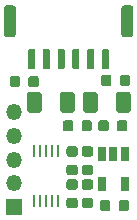
<source format=gbr>
G04 #@! TF.GenerationSoftware,KiCad,Pcbnew,(5.1.0-0)*
G04 #@! TF.CreationDate,2019-06-19T09:49:27-07:00*
G04 #@! TF.ProjectId,differential_i2c,64696666-6572-4656-9e74-69616c5f6932,rev?*
G04 #@! TF.SameCoordinates,Original*
G04 #@! TF.FileFunction,Soldermask,Bot*
G04 #@! TF.FilePolarity,Negative*
%FSLAX46Y46*%
G04 Gerber Fmt 4.6, Leading zero omitted, Abs format (unit mm)*
G04 Created by KiCad (PCBNEW (5.1.0-0)) date 2019-06-19 09:49:27*
%MOMM*%
%LPD*%
G04 APERTURE LIST*
%ADD10O,1.350000X1.350000*%
%ADD11R,1.350000X1.350000*%
%ADD12R,0.650000X1.220000*%
%ADD13C,0.100000*%
%ADD14C,0.875000*%
%ADD15C,1.250000*%
%ADD16C,1.000000*%
%ADD17C,0.600000*%
%ADD18R,0.250000X1.100000*%
G04 APERTURE END LIST*
D10*
X109400000Y-54600000D03*
X109400000Y-56600000D03*
X109400000Y-58600000D03*
X109400000Y-60600000D03*
D11*
X109400000Y-62600000D03*
D12*
X116850000Y-60710000D03*
X118750000Y-60710000D03*
X118750000Y-58090000D03*
X117800000Y-58090000D03*
X116850000Y-58090000D03*
D13*
G36*
X117440191Y-51426053D02*
G01*
X117461426Y-51429203D01*
X117482250Y-51434419D01*
X117502462Y-51441651D01*
X117521868Y-51450830D01*
X117540281Y-51461866D01*
X117557524Y-51474654D01*
X117573430Y-51489070D01*
X117587846Y-51504976D01*
X117600634Y-51522219D01*
X117611670Y-51540632D01*
X117620849Y-51560038D01*
X117628081Y-51580250D01*
X117633297Y-51601074D01*
X117636447Y-51622309D01*
X117637500Y-51643750D01*
X117637500Y-52156250D01*
X117636447Y-52177691D01*
X117633297Y-52198926D01*
X117628081Y-52219750D01*
X117620849Y-52239962D01*
X117611670Y-52259368D01*
X117600634Y-52277781D01*
X117587846Y-52295024D01*
X117573430Y-52310930D01*
X117557524Y-52325346D01*
X117540281Y-52338134D01*
X117521868Y-52349170D01*
X117502462Y-52358349D01*
X117482250Y-52365581D01*
X117461426Y-52370797D01*
X117440191Y-52373947D01*
X117418750Y-52375000D01*
X116981250Y-52375000D01*
X116959809Y-52373947D01*
X116938574Y-52370797D01*
X116917750Y-52365581D01*
X116897538Y-52358349D01*
X116878132Y-52349170D01*
X116859719Y-52338134D01*
X116842476Y-52325346D01*
X116826570Y-52310930D01*
X116812154Y-52295024D01*
X116799366Y-52277781D01*
X116788330Y-52259368D01*
X116779151Y-52239962D01*
X116771919Y-52219750D01*
X116766703Y-52198926D01*
X116763553Y-52177691D01*
X116762500Y-52156250D01*
X116762500Y-51643750D01*
X116763553Y-51622309D01*
X116766703Y-51601074D01*
X116771919Y-51580250D01*
X116779151Y-51560038D01*
X116788330Y-51540632D01*
X116799366Y-51522219D01*
X116812154Y-51504976D01*
X116826570Y-51489070D01*
X116842476Y-51474654D01*
X116859719Y-51461866D01*
X116878132Y-51450830D01*
X116897538Y-51441651D01*
X116917750Y-51434419D01*
X116938574Y-51429203D01*
X116959809Y-51426053D01*
X116981250Y-51425000D01*
X117418750Y-51425000D01*
X117440191Y-51426053D01*
X117440191Y-51426053D01*
G37*
D14*
X117200000Y-51900000D03*
D13*
G36*
X119015191Y-51426053D02*
G01*
X119036426Y-51429203D01*
X119057250Y-51434419D01*
X119077462Y-51441651D01*
X119096868Y-51450830D01*
X119115281Y-51461866D01*
X119132524Y-51474654D01*
X119148430Y-51489070D01*
X119162846Y-51504976D01*
X119175634Y-51522219D01*
X119186670Y-51540632D01*
X119195849Y-51560038D01*
X119203081Y-51580250D01*
X119208297Y-51601074D01*
X119211447Y-51622309D01*
X119212500Y-51643750D01*
X119212500Y-52156250D01*
X119211447Y-52177691D01*
X119208297Y-52198926D01*
X119203081Y-52219750D01*
X119195849Y-52239962D01*
X119186670Y-52259368D01*
X119175634Y-52277781D01*
X119162846Y-52295024D01*
X119148430Y-52310930D01*
X119132524Y-52325346D01*
X119115281Y-52338134D01*
X119096868Y-52349170D01*
X119077462Y-52358349D01*
X119057250Y-52365581D01*
X119036426Y-52370797D01*
X119015191Y-52373947D01*
X118993750Y-52375000D01*
X118556250Y-52375000D01*
X118534809Y-52373947D01*
X118513574Y-52370797D01*
X118492750Y-52365581D01*
X118472538Y-52358349D01*
X118453132Y-52349170D01*
X118434719Y-52338134D01*
X118417476Y-52325346D01*
X118401570Y-52310930D01*
X118387154Y-52295024D01*
X118374366Y-52277781D01*
X118363330Y-52259368D01*
X118354151Y-52239962D01*
X118346919Y-52219750D01*
X118341703Y-52198926D01*
X118338553Y-52177691D01*
X118337500Y-52156250D01*
X118337500Y-51643750D01*
X118338553Y-51622309D01*
X118341703Y-51601074D01*
X118346919Y-51580250D01*
X118354151Y-51560038D01*
X118363330Y-51540632D01*
X118374366Y-51522219D01*
X118387154Y-51504976D01*
X118401570Y-51489070D01*
X118417476Y-51474654D01*
X118434719Y-51461866D01*
X118453132Y-51450830D01*
X118472538Y-51441651D01*
X118492750Y-51434419D01*
X118513574Y-51429203D01*
X118534809Y-51426053D01*
X118556250Y-51425000D01*
X118993750Y-51425000D01*
X119015191Y-51426053D01*
X119015191Y-51426053D01*
G37*
D14*
X118775000Y-51900000D03*
D13*
G36*
X119049504Y-52876204D02*
G01*
X119073773Y-52879804D01*
X119097571Y-52885765D01*
X119120671Y-52894030D01*
X119142849Y-52904520D01*
X119163893Y-52917133D01*
X119183598Y-52931747D01*
X119201777Y-52948223D01*
X119218253Y-52966402D01*
X119232867Y-52986107D01*
X119245480Y-53007151D01*
X119255970Y-53029329D01*
X119264235Y-53052429D01*
X119270196Y-53076227D01*
X119273796Y-53100496D01*
X119275000Y-53125000D01*
X119275000Y-54375000D01*
X119273796Y-54399504D01*
X119270196Y-54423773D01*
X119264235Y-54447571D01*
X119255970Y-54470671D01*
X119245480Y-54492849D01*
X119232867Y-54513893D01*
X119218253Y-54533598D01*
X119201777Y-54551777D01*
X119183598Y-54568253D01*
X119163893Y-54582867D01*
X119142849Y-54595480D01*
X119120671Y-54605970D01*
X119097571Y-54614235D01*
X119073773Y-54620196D01*
X119049504Y-54623796D01*
X119025000Y-54625000D01*
X118275000Y-54625000D01*
X118250496Y-54623796D01*
X118226227Y-54620196D01*
X118202429Y-54614235D01*
X118179329Y-54605970D01*
X118157151Y-54595480D01*
X118136107Y-54582867D01*
X118116402Y-54568253D01*
X118098223Y-54551777D01*
X118081747Y-54533598D01*
X118067133Y-54513893D01*
X118054520Y-54492849D01*
X118044030Y-54470671D01*
X118035765Y-54447571D01*
X118029804Y-54423773D01*
X118026204Y-54399504D01*
X118025000Y-54375000D01*
X118025000Y-53125000D01*
X118026204Y-53100496D01*
X118029804Y-53076227D01*
X118035765Y-53052429D01*
X118044030Y-53029329D01*
X118054520Y-53007151D01*
X118067133Y-52986107D01*
X118081747Y-52966402D01*
X118098223Y-52948223D01*
X118116402Y-52931747D01*
X118136107Y-52917133D01*
X118157151Y-52904520D01*
X118179329Y-52894030D01*
X118202429Y-52885765D01*
X118226227Y-52879804D01*
X118250496Y-52876204D01*
X118275000Y-52875000D01*
X119025000Y-52875000D01*
X119049504Y-52876204D01*
X119049504Y-52876204D01*
G37*
D15*
X118650000Y-53750000D03*
D13*
G36*
X116249504Y-52876204D02*
G01*
X116273773Y-52879804D01*
X116297571Y-52885765D01*
X116320671Y-52894030D01*
X116342849Y-52904520D01*
X116363893Y-52917133D01*
X116383598Y-52931747D01*
X116401777Y-52948223D01*
X116418253Y-52966402D01*
X116432867Y-52986107D01*
X116445480Y-53007151D01*
X116455970Y-53029329D01*
X116464235Y-53052429D01*
X116470196Y-53076227D01*
X116473796Y-53100496D01*
X116475000Y-53125000D01*
X116475000Y-54375000D01*
X116473796Y-54399504D01*
X116470196Y-54423773D01*
X116464235Y-54447571D01*
X116455970Y-54470671D01*
X116445480Y-54492849D01*
X116432867Y-54513893D01*
X116418253Y-54533598D01*
X116401777Y-54551777D01*
X116383598Y-54568253D01*
X116363893Y-54582867D01*
X116342849Y-54595480D01*
X116320671Y-54605970D01*
X116297571Y-54614235D01*
X116273773Y-54620196D01*
X116249504Y-54623796D01*
X116225000Y-54625000D01*
X115475000Y-54625000D01*
X115450496Y-54623796D01*
X115426227Y-54620196D01*
X115402429Y-54614235D01*
X115379329Y-54605970D01*
X115357151Y-54595480D01*
X115336107Y-54582867D01*
X115316402Y-54568253D01*
X115298223Y-54551777D01*
X115281747Y-54533598D01*
X115267133Y-54513893D01*
X115254520Y-54492849D01*
X115244030Y-54470671D01*
X115235765Y-54447571D01*
X115229804Y-54423773D01*
X115226204Y-54399504D01*
X115225000Y-54375000D01*
X115225000Y-53125000D01*
X115226204Y-53100496D01*
X115229804Y-53076227D01*
X115235765Y-53052429D01*
X115244030Y-53029329D01*
X115254520Y-53007151D01*
X115267133Y-52986107D01*
X115281747Y-52966402D01*
X115298223Y-52948223D01*
X115316402Y-52931747D01*
X115336107Y-52917133D01*
X115357151Y-52904520D01*
X115379329Y-52894030D01*
X115402429Y-52885765D01*
X115426227Y-52879804D01*
X115450496Y-52876204D01*
X115475000Y-52875000D01*
X116225000Y-52875000D01*
X116249504Y-52876204D01*
X116249504Y-52876204D01*
G37*
D15*
X115850000Y-53750000D03*
D13*
G36*
X118777691Y-55276053D02*
G01*
X118798926Y-55279203D01*
X118819750Y-55284419D01*
X118839962Y-55291651D01*
X118859368Y-55300830D01*
X118877781Y-55311866D01*
X118895024Y-55324654D01*
X118910930Y-55339070D01*
X118925346Y-55354976D01*
X118938134Y-55372219D01*
X118949170Y-55390632D01*
X118958349Y-55410038D01*
X118965581Y-55430250D01*
X118970797Y-55451074D01*
X118973947Y-55472309D01*
X118975000Y-55493750D01*
X118975000Y-56006250D01*
X118973947Y-56027691D01*
X118970797Y-56048926D01*
X118965581Y-56069750D01*
X118958349Y-56089962D01*
X118949170Y-56109368D01*
X118938134Y-56127781D01*
X118925346Y-56145024D01*
X118910930Y-56160930D01*
X118895024Y-56175346D01*
X118877781Y-56188134D01*
X118859368Y-56199170D01*
X118839962Y-56208349D01*
X118819750Y-56215581D01*
X118798926Y-56220797D01*
X118777691Y-56223947D01*
X118756250Y-56225000D01*
X118318750Y-56225000D01*
X118297309Y-56223947D01*
X118276074Y-56220797D01*
X118255250Y-56215581D01*
X118235038Y-56208349D01*
X118215632Y-56199170D01*
X118197219Y-56188134D01*
X118179976Y-56175346D01*
X118164070Y-56160930D01*
X118149654Y-56145024D01*
X118136866Y-56127781D01*
X118125830Y-56109368D01*
X118116651Y-56089962D01*
X118109419Y-56069750D01*
X118104203Y-56048926D01*
X118101053Y-56027691D01*
X118100000Y-56006250D01*
X118100000Y-55493750D01*
X118101053Y-55472309D01*
X118104203Y-55451074D01*
X118109419Y-55430250D01*
X118116651Y-55410038D01*
X118125830Y-55390632D01*
X118136866Y-55372219D01*
X118149654Y-55354976D01*
X118164070Y-55339070D01*
X118179976Y-55324654D01*
X118197219Y-55311866D01*
X118215632Y-55300830D01*
X118235038Y-55291651D01*
X118255250Y-55284419D01*
X118276074Y-55279203D01*
X118297309Y-55276053D01*
X118318750Y-55275000D01*
X118756250Y-55275000D01*
X118777691Y-55276053D01*
X118777691Y-55276053D01*
G37*
D14*
X118537500Y-55750000D03*
D13*
G36*
X117202691Y-55276053D02*
G01*
X117223926Y-55279203D01*
X117244750Y-55284419D01*
X117264962Y-55291651D01*
X117284368Y-55300830D01*
X117302781Y-55311866D01*
X117320024Y-55324654D01*
X117335930Y-55339070D01*
X117350346Y-55354976D01*
X117363134Y-55372219D01*
X117374170Y-55390632D01*
X117383349Y-55410038D01*
X117390581Y-55430250D01*
X117395797Y-55451074D01*
X117398947Y-55472309D01*
X117400000Y-55493750D01*
X117400000Y-56006250D01*
X117398947Y-56027691D01*
X117395797Y-56048926D01*
X117390581Y-56069750D01*
X117383349Y-56089962D01*
X117374170Y-56109368D01*
X117363134Y-56127781D01*
X117350346Y-56145024D01*
X117335930Y-56160930D01*
X117320024Y-56175346D01*
X117302781Y-56188134D01*
X117284368Y-56199170D01*
X117264962Y-56208349D01*
X117244750Y-56215581D01*
X117223926Y-56220797D01*
X117202691Y-56223947D01*
X117181250Y-56225000D01*
X116743750Y-56225000D01*
X116722309Y-56223947D01*
X116701074Y-56220797D01*
X116680250Y-56215581D01*
X116660038Y-56208349D01*
X116640632Y-56199170D01*
X116622219Y-56188134D01*
X116604976Y-56175346D01*
X116589070Y-56160930D01*
X116574654Y-56145024D01*
X116561866Y-56127781D01*
X116550830Y-56109368D01*
X116541651Y-56089962D01*
X116534419Y-56069750D01*
X116529203Y-56048926D01*
X116526053Y-56027691D01*
X116525000Y-56006250D01*
X116525000Y-55493750D01*
X116526053Y-55472309D01*
X116529203Y-55451074D01*
X116534419Y-55430250D01*
X116541651Y-55410038D01*
X116550830Y-55390632D01*
X116561866Y-55372219D01*
X116574654Y-55354976D01*
X116589070Y-55339070D01*
X116604976Y-55324654D01*
X116622219Y-55311866D01*
X116640632Y-55300830D01*
X116660038Y-55291651D01*
X116680250Y-55284419D01*
X116701074Y-55279203D01*
X116722309Y-55276053D01*
X116743750Y-55275000D01*
X117181250Y-55275000D01*
X117202691Y-55276053D01*
X117202691Y-55276053D01*
G37*
D14*
X116962500Y-55750000D03*
D13*
G36*
X109702691Y-51526053D02*
G01*
X109723926Y-51529203D01*
X109744750Y-51534419D01*
X109764962Y-51541651D01*
X109784368Y-51550830D01*
X109802781Y-51561866D01*
X109820024Y-51574654D01*
X109835930Y-51589070D01*
X109850346Y-51604976D01*
X109863134Y-51622219D01*
X109874170Y-51640632D01*
X109883349Y-51660038D01*
X109890581Y-51680250D01*
X109895797Y-51701074D01*
X109898947Y-51722309D01*
X109900000Y-51743750D01*
X109900000Y-52256250D01*
X109898947Y-52277691D01*
X109895797Y-52298926D01*
X109890581Y-52319750D01*
X109883349Y-52339962D01*
X109874170Y-52359368D01*
X109863134Y-52377781D01*
X109850346Y-52395024D01*
X109835930Y-52410930D01*
X109820024Y-52425346D01*
X109802781Y-52438134D01*
X109784368Y-52449170D01*
X109764962Y-52458349D01*
X109744750Y-52465581D01*
X109723926Y-52470797D01*
X109702691Y-52473947D01*
X109681250Y-52475000D01*
X109243750Y-52475000D01*
X109222309Y-52473947D01*
X109201074Y-52470797D01*
X109180250Y-52465581D01*
X109160038Y-52458349D01*
X109140632Y-52449170D01*
X109122219Y-52438134D01*
X109104976Y-52425346D01*
X109089070Y-52410930D01*
X109074654Y-52395024D01*
X109061866Y-52377781D01*
X109050830Y-52359368D01*
X109041651Y-52339962D01*
X109034419Y-52319750D01*
X109029203Y-52298926D01*
X109026053Y-52277691D01*
X109025000Y-52256250D01*
X109025000Y-51743750D01*
X109026053Y-51722309D01*
X109029203Y-51701074D01*
X109034419Y-51680250D01*
X109041651Y-51660038D01*
X109050830Y-51640632D01*
X109061866Y-51622219D01*
X109074654Y-51604976D01*
X109089070Y-51589070D01*
X109104976Y-51574654D01*
X109122219Y-51561866D01*
X109140632Y-51550830D01*
X109160038Y-51541651D01*
X109180250Y-51534419D01*
X109201074Y-51529203D01*
X109222309Y-51526053D01*
X109243750Y-51525000D01*
X109681250Y-51525000D01*
X109702691Y-51526053D01*
X109702691Y-51526053D01*
G37*
D14*
X109462500Y-52000000D03*
D13*
G36*
X111277691Y-51526053D02*
G01*
X111298926Y-51529203D01*
X111319750Y-51534419D01*
X111339962Y-51541651D01*
X111359368Y-51550830D01*
X111377781Y-51561866D01*
X111395024Y-51574654D01*
X111410930Y-51589070D01*
X111425346Y-51604976D01*
X111438134Y-51622219D01*
X111449170Y-51640632D01*
X111458349Y-51660038D01*
X111465581Y-51680250D01*
X111470797Y-51701074D01*
X111473947Y-51722309D01*
X111475000Y-51743750D01*
X111475000Y-52256250D01*
X111473947Y-52277691D01*
X111470797Y-52298926D01*
X111465581Y-52319750D01*
X111458349Y-52339962D01*
X111449170Y-52359368D01*
X111438134Y-52377781D01*
X111425346Y-52395024D01*
X111410930Y-52410930D01*
X111395024Y-52425346D01*
X111377781Y-52438134D01*
X111359368Y-52449170D01*
X111339962Y-52458349D01*
X111319750Y-52465581D01*
X111298926Y-52470797D01*
X111277691Y-52473947D01*
X111256250Y-52475000D01*
X110818750Y-52475000D01*
X110797309Y-52473947D01*
X110776074Y-52470797D01*
X110755250Y-52465581D01*
X110735038Y-52458349D01*
X110715632Y-52449170D01*
X110697219Y-52438134D01*
X110679976Y-52425346D01*
X110664070Y-52410930D01*
X110649654Y-52395024D01*
X110636866Y-52377781D01*
X110625830Y-52359368D01*
X110616651Y-52339962D01*
X110609419Y-52319750D01*
X110604203Y-52298926D01*
X110601053Y-52277691D01*
X110600000Y-52256250D01*
X110600000Y-51743750D01*
X110601053Y-51722309D01*
X110604203Y-51701074D01*
X110609419Y-51680250D01*
X110616651Y-51660038D01*
X110625830Y-51640632D01*
X110636866Y-51622219D01*
X110649654Y-51604976D01*
X110664070Y-51589070D01*
X110679976Y-51574654D01*
X110697219Y-51561866D01*
X110715632Y-51550830D01*
X110735038Y-51541651D01*
X110755250Y-51534419D01*
X110776074Y-51529203D01*
X110797309Y-51526053D01*
X110818750Y-51525000D01*
X111256250Y-51525000D01*
X111277691Y-51526053D01*
X111277691Y-51526053D01*
G37*
D14*
X111037500Y-52000000D03*
D13*
G36*
X111499504Y-52876204D02*
G01*
X111523773Y-52879804D01*
X111547571Y-52885765D01*
X111570671Y-52894030D01*
X111592849Y-52904520D01*
X111613893Y-52917133D01*
X111633598Y-52931747D01*
X111651777Y-52948223D01*
X111668253Y-52966402D01*
X111682867Y-52986107D01*
X111695480Y-53007151D01*
X111705970Y-53029329D01*
X111714235Y-53052429D01*
X111720196Y-53076227D01*
X111723796Y-53100496D01*
X111725000Y-53125000D01*
X111725000Y-54375000D01*
X111723796Y-54399504D01*
X111720196Y-54423773D01*
X111714235Y-54447571D01*
X111705970Y-54470671D01*
X111695480Y-54492849D01*
X111682867Y-54513893D01*
X111668253Y-54533598D01*
X111651777Y-54551777D01*
X111633598Y-54568253D01*
X111613893Y-54582867D01*
X111592849Y-54595480D01*
X111570671Y-54605970D01*
X111547571Y-54614235D01*
X111523773Y-54620196D01*
X111499504Y-54623796D01*
X111475000Y-54625000D01*
X110725000Y-54625000D01*
X110700496Y-54623796D01*
X110676227Y-54620196D01*
X110652429Y-54614235D01*
X110629329Y-54605970D01*
X110607151Y-54595480D01*
X110586107Y-54582867D01*
X110566402Y-54568253D01*
X110548223Y-54551777D01*
X110531747Y-54533598D01*
X110517133Y-54513893D01*
X110504520Y-54492849D01*
X110494030Y-54470671D01*
X110485765Y-54447571D01*
X110479804Y-54423773D01*
X110476204Y-54399504D01*
X110475000Y-54375000D01*
X110475000Y-53125000D01*
X110476204Y-53100496D01*
X110479804Y-53076227D01*
X110485765Y-53052429D01*
X110494030Y-53029329D01*
X110504520Y-53007151D01*
X110517133Y-52986107D01*
X110531747Y-52966402D01*
X110548223Y-52948223D01*
X110566402Y-52931747D01*
X110586107Y-52917133D01*
X110607151Y-52904520D01*
X110629329Y-52894030D01*
X110652429Y-52885765D01*
X110676227Y-52879804D01*
X110700496Y-52876204D01*
X110725000Y-52875000D01*
X111475000Y-52875000D01*
X111499504Y-52876204D01*
X111499504Y-52876204D01*
G37*
D15*
X111100000Y-53750000D03*
D13*
G36*
X114299504Y-52876204D02*
G01*
X114323773Y-52879804D01*
X114347571Y-52885765D01*
X114370671Y-52894030D01*
X114392849Y-52904520D01*
X114413893Y-52917133D01*
X114433598Y-52931747D01*
X114451777Y-52948223D01*
X114468253Y-52966402D01*
X114482867Y-52986107D01*
X114495480Y-53007151D01*
X114505970Y-53029329D01*
X114514235Y-53052429D01*
X114520196Y-53076227D01*
X114523796Y-53100496D01*
X114525000Y-53125000D01*
X114525000Y-54375000D01*
X114523796Y-54399504D01*
X114520196Y-54423773D01*
X114514235Y-54447571D01*
X114505970Y-54470671D01*
X114495480Y-54492849D01*
X114482867Y-54513893D01*
X114468253Y-54533598D01*
X114451777Y-54551777D01*
X114433598Y-54568253D01*
X114413893Y-54582867D01*
X114392849Y-54595480D01*
X114370671Y-54605970D01*
X114347571Y-54614235D01*
X114323773Y-54620196D01*
X114299504Y-54623796D01*
X114275000Y-54625000D01*
X113525000Y-54625000D01*
X113500496Y-54623796D01*
X113476227Y-54620196D01*
X113452429Y-54614235D01*
X113429329Y-54605970D01*
X113407151Y-54595480D01*
X113386107Y-54582867D01*
X113366402Y-54568253D01*
X113348223Y-54551777D01*
X113331747Y-54533598D01*
X113317133Y-54513893D01*
X113304520Y-54492849D01*
X113294030Y-54470671D01*
X113285765Y-54447571D01*
X113279804Y-54423773D01*
X113276204Y-54399504D01*
X113275000Y-54375000D01*
X113275000Y-53125000D01*
X113276204Y-53100496D01*
X113279804Y-53076227D01*
X113285765Y-53052429D01*
X113294030Y-53029329D01*
X113304520Y-53007151D01*
X113317133Y-52986107D01*
X113331747Y-52966402D01*
X113348223Y-52948223D01*
X113366402Y-52931747D01*
X113386107Y-52917133D01*
X113407151Y-52904520D01*
X113429329Y-52894030D01*
X113452429Y-52885765D01*
X113476227Y-52879804D01*
X113500496Y-52876204D01*
X113525000Y-52875000D01*
X114275000Y-52875000D01*
X114299504Y-52876204D01*
X114299504Y-52876204D01*
G37*
D15*
X113900000Y-53750000D03*
D13*
G36*
X114202691Y-55276053D02*
G01*
X114223926Y-55279203D01*
X114244750Y-55284419D01*
X114264962Y-55291651D01*
X114284368Y-55300830D01*
X114302781Y-55311866D01*
X114320024Y-55324654D01*
X114335930Y-55339070D01*
X114350346Y-55354976D01*
X114363134Y-55372219D01*
X114374170Y-55390632D01*
X114383349Y-55410038D01*
X114390581Y-55430250D01*
X114395797Y-55451074D01*
X114398947Y-55472309D01*
X114400000Y-55493750D01*
X114400000Y-56006250D01*
X114398947Y-56027691D01*
X114395797Y-56048926D01*
X114390581Y-56069750D01*
X114383349Y-56089962D01*
X114374170Y-56109368D01*
X114363134Y-56127781D01*
X114350346Y-56145024D01*
X114335930Y-56160930D01*
X114320024Y-56175346D01*
X114302781Y-56188134D01*
X114284368Y-56199170D01*
X114264962Y-56208349D01*
X114244750Y-56215581D01*
X114223926Y-56220797D01*
X114202691Y-56223947D01*
X114181250Y-56225000D01*
X113743750Y-56225000D01*
X113722309Y-56223947D01*
X113701074Y-56220797D01*
X113680250Y-56215581D01*
X113660038Y-56208349D01*
X113640632Y-56199170D01*
X113622219Y-56188134D01*
X113604976Y-56175346D01*
X113589070Y-56160930D01*
X113574654Y-56145024D01*
X113561866Y-56127781D01*
X113550830Y-56109368D01*
X113541651Y-56089962D01*
X113534419Y-56069750D01*
X113529203Y-56048926D01*
X113526053Y-56027691D01*
X113525000Y-56006250D01*
X113525000Y-55493750D01*
X113526053Y-55472309D01*
X113529203Y-55451074D01*
X113534419Y-55430250D01*
X113541651Y-55410038D01*
X113550830Y-55390632D01*
X113561866Y-55372219D01*
X113574654Y-55354976D01*
X113589070Y-55339070D01*
X113604976Y-55324654D01*
X113622219Y-55311866D01*
X113640632Y-55300830D01*
X113660038Y-55291651D01*
X113680250Y-55284419D01*
X113701074Y-55279203D01*
X113722309Y-55276053D01*
X113743750Y-55275000D01*
X114181250Y-55275000D01*
X114202691Y-55276053D01*
X114202691Y-55276053D01*
G37*
D14*
X113962500Y-55750000D03*
D13*
G36*
X115777691Y-55276053D02*
G01*
X115798926Y-55279203D01*
X115819750Y-55284419D01*
X115839962Y-55291651D01*
X115859368Y-55300830D01*
X115877781Y-55311866D01*
X115895024Y-55324654D01*
X115910930Y-55339070D01*
X115925346Y-55354976D01*
X115938134Y-55372219D01*
X115949170Y-55390632D01*
X115958349Y-55410038D01*
X115965581Y-55430250D01*
X115970797Y-55451074D01*
X115973947Y-55472309D01*
X115975000Y-55493750D01*
X115975000Y-56006250D01*
X115973947Y-56027691D01*
X115970797Y-56048926D01*
X115965581Y-56069750D01*
X115958349Y-56089962D01*
X115949170Y-56109368D01*
X115938134Y-56127781D01*
X115925346Y-56145024D01*
X115910930Y-56160930D01*
X115895024Y-56175346D01*
X115877781Y-56188134D01*
X115859368Y-56199170D01*
X115839962Y-56208349D01*
X115819750Y-56215581D01*
X115798926Y-56220797D01*
X115777691Y-56223947D01*
X115756250Y-56225000D01*
X115318750Y-56225000D01*
X115297309Y-56223947D01*
X115276074Y-56220797D01*
X115255250Y-56215581D01*
X115235038Y-56208349D01*
X115215632Y-56199170D01*
X115197219Y-56188134D01*
X115179976Y-56175346D01*
X115164070Y-56160930D01*
X115149654Y-56145024D01*
X115136866Y-56127781D01*
X115125830Y-56109368D01*
X115116651Y-56089962D01*
X115109419Y-56069750D01*
X115104203Y-56048926D01*
X115101053Y-56027691D01*
X115100000Y-56006250D01*
X115100000Y-55493750D01*
X115101053Y-55472309D01*
X115104203Y-55451074D01*
X115109419Y-55430250D01*
X115116651Y-55410038D01*
X115125830Y-55390632D01*
X115136866Y-55372219D01*
X115149654Y-55354976D01*
X115164070Y-55339070D01*
X115179976Y-55324654D01*
X115197219Y-55311866D01*
X115215632Y-55300830D01*
X115235038Y-55291651D01*
X115255250Y-55284419D01*
X115276074Y-55279203D01*
X115297309Y-55276053D01*
X115318750Y-55275000D01*
X115756250Y-55275000D01*
X115777691Y-55276053D01*
X115777691Y-55276053D01*
G37*
D14*
X115537500Y-55750000D03*
D13*
G36*
X119249504Y-45551204D02*
G01*
X119273773Y-45554804D01*
X119297571Y-45560765D01*
X119320671Y-45569030D01*
X119342849Y-45579520D01*
X119363893Y-45592133D01*
X119383598Y-45606747D01*
X119401777Y-45623223D01*
X119418253Y-45641402D01*
X119432867Y-45661107D01*
X119445480Y-45682151D01*
X119455970Y-45704329D01*
X119464235Y-45727429D01*
X119470196Y-45751227D01*
X119473796Y-45775496D01*
X119475000Y-45800000D01*
X119475000Y-48000000D01*
X119473796Y-48024504D01*
X119470196Y-48048773D01*
X119464235Y-48072571D01*
X119455970Y-48095671D01*
X119445480Y-48117849D01*
X119432867Y-48138893D01*
X119418253Y-48158598D01*
X119401777Y-48176777D01*
X119383598Y-48193253D01*
X119363893Y-48207867D01*
X119342849Y-48220480D01*
X119320671Y-48230970D01*
X119297571Y-48239235D01*
X119273773Y-48245196D01*
X119249504Y-48248796D01*
X119225000Y-48250000D01*
X118725000Y-48250000D01*
X118700496Y-48248796D01*
X118676227Y-48245196D01*
X118652429Y-48239235D01*
X118629329Y-48230970D01*
X118607151Y-48220480D01*
X118586107Y-48207867D01*
X118566402Y-48193253D01*
X118548223Y-48176777D01*
X118531747Y-48158598D01*
X118517133Y-48138893D01*
X118504520Y-48117849D01*
X118494030Y-48095671D01*
X118485765Y-48072571D01*
X118479804Y-48048773D01*
X118476204Y-48024504D01*
X118475000Y-48000000D01*
X118475000Y-45800000D01*
X118476204Y-45775496D01*
X118479804Y-45751227D01*
X118485765Y-45727429D01*
X118494030Y-45704329D01*
X118504520Y-45682151D01*
X118517133Y-45661107D01*
X118531747Y-45641402D01*
X118548223Y-45623223D01*
X118566402Y-45606747D01*
X118586107Y-45592133D01*
X118607151Y-45579520D01*
X118629329Y-45569030D01*
X118652429Y-45560765D01*
X118676227Y-45554804D01*
X118700496Y-45551204D01*
X118725000Y-45550000D01*
X119225000Y-45550000D01*
X119249504Y-45551204D01*
X119249504Y-45551204D01*
G37*
D16*
X118975000Y-46900000D03*
D13*
G36*
X109299504Y-45551204D02*
G01*
X109323773Y-45554804D01*
X109347571Y-45560765D01*
X109370671Y-45569030D01*
X109392849Y-45579520D01*
X109413893Y-45592133D01*
X109433598Y-45606747D01*
X109451777Y-45623223D01*
X109468253Y-45641402D01*
X109482867Y-45661107D01*
X109495480Y-45682151D01*
X109505970Y-45704329D01*
X109514235Y-45727429D01*
X109520196Y-45751227D01*
X109523796Y-45775496D01*
X109525000Y-45800000D01*
X109525000Y-48000000D01*
X109523796Y-48024504D01*
X109520196Y-48048773D01*
X109514235Y-48072571D01*
X109505970Y-48095671D01*
X109495480Y-48117849D01*
X109482867Y-48138893D01*
X109468253Y-48158598D01*
X109451777Y-48176777D01*
X109433598Y-48193253D01*
X109413893Y-48207867D01*
X109392849Y-48220480D01*
X109370671Y-48230970D01*
X109347571Y-48239235D01*
X109323773Y-48245196D01*
X109299504Y-48248796D01*
X109275000Y-48250000D01*
X108775000Y-48250000D01*
X108750496Y-48248796D01*
X108726227Y-48245196D01*
X108702429Y-48239235D01*
X108679329Y-48230970D01*
X108657151Y-48220480D01*
X108636107Y-48207867D01*
X108616402Y-48193253D01*
X108598223Y-48176777D01*
X108581747Y-48158598D01*
X108567133Y-48138893D01*
X108554520Y-48117849D01*
X108544030Y-48095671D01*
X108535765Y-48072571D01*
X108529804Y-48048773D01*
X108526204Y-48024504D01*
X108525000Y-48000000D01*
X108525000Y-45800000D01*
X108526204Y-45775496D01*
X108529804Y-45751227D01*
X108535765Y-45727429D01*
X108544030Y-45704329D01*
X108554520Y-45682151D01*
X108567133Y-45661107D01*
X108581747Y-45641402D01*
X108598223Y-45623223D01*
X108616402Y-45606747D01*
X108636107Y-45592133D01*
X108657151Y-45579520D01*
X108679329Y-45569030D01*
X108702429Y-45560765D01*
X108726227Y-45554804D01*
X108750496Y-45551204D01*
X108775000Y-45550000D01*
X109275000Y-45550000D01*
X109299504Y-45551204D01*
X109299504Y-45551204D01*
G37*
D16*
X109025000Y-46900000D03*
D13*
G36*
X117289703Y-49250722D02*
G01*
X117304264Y-49252882D01*
X117318543Y-49256459D01*
X117332403Y-49261418D01*
X117345710Y-49267712D01*
X117358336Y-49275280D01*
X117370159Y-49284048D01*
X117381066Y-49293934D01*
X117390952Y-49304841D01*
X117399720Y-49316664D01*
X117407288Y-49329290D01*
X117413582Y-49342597D01*
X117418541Y-49356457D01*
X117422118Y-49370736D01*
X117424278Y-49385297D01*
X117425000Y-49400000D01*
X117425000Y-50800000D01*
X117424278Y-50814703D01*
X117422118Y-50829264D01*
X117418541Y-50843543D01*
X117413582Y-50857403D01*
X117407288Y-50870710D01*
X117399720Y-50883336D01*
X117390952Y-50895159D01*
X117381066Y-50906066D01*
X117370159Y-50915952D01*
X117358336Y-50924720D01*
X117345710Y-50932288D01*
X117332403Y-50938582D01*
X117318543Y-50943541D01*
X117304264Y-50947118D01*
X117289703Y-50949278D01*
X117275000Y-50950000D01*
X116975000Y-50950000D01*
X116960297Y-50949278D01*
X116945736Y-50947118D01*
X116931457Y-50943541D01*
X116917597Y-50938582D01*
X116904290Y-50932288D01*
X116891664Y-50924720D01*
X116879841Y-50915952D01*
X116868934Y-50906066D01*
X116859048Y-50895159D01*
X116850280Y-50883336D01*
X116842712Y-50870710D01*
X116836418Y-50857403D01*
X116831459Y-50843543D01*
X116827882Y-50829264D01*
X116825722Y-50814703D01*
X116825000Y-50800000D01*
X116825000Y-49400000D01*
X116825722Y-49385297D01*
X116827882Y-49370736D01*
X116831459Y-49356457D01*
X116836418Y-49342597D01*
X116842712Y-49329290D01*
X116850280Y-49316664D01*
X116859048Y-49304841D01*
X116868934Y-49293934D01*
X116879841Y-49284048D01*
X116891664Y-49275280D01*
X116904290Y-49267712D01*
X116917597Y-49261418D01*
X116931457Y-49256459D01*
X116945736Y-49252882D01*
X116960297Y-49250722D01*
X116975000Y-49250000D01*
X117275000Y-49250000D01*
X117289703Y-49250722D01*
X117289703Y-49250722D01*
G37*
D17*
X117125000Y-50100000D03*
D13*
G36*
X116039703Y-49250722D02*
G01*
X116054264Y-49252882D01*
X116068543Y-49256459D01*
X116082403Y-49261418D01*
X116095710Y-49267712D01*
X116108336Y-49275280D01*
X116120159Y-49284048D01*
X116131066Y-49293934D01*
X116140952Y-49304841D01*
X116149720Y-49316664D01*
X116157288Y-49329290D01*
X116163582Y-49342597D01*
X116168541Y-49356457D01*
X116172118Y-49370736D01*
X116174278Y-49385297D01*
X116175000Y-49400000D01*
X116175000Y-50800000D01*
X116174278Y-50814703D01*
X116172118Y-50829264D01*
X116168541Y-50843543D01*
X116163582Y-50857403D01*
X116157288Y-50870710D01*
X116149720Y-50883336D01*
X116140952Y-50895159D01*
X116131066Y-50906066D01*
X116120159Y-50915952D01*
X116108336Y-50924720D01*
X116095710Y-50932288D01*
X116082403Y-50938582D01*
X116068543Y-50943541D01*
X116054264Y-50947118D01*
X116039703Y-50949278D01*
X116025000Y-50950000D01*
X115725000Y-50950000D01*
X115710297Y-50949278D01*
X115695736Y-50947118D01*
X115681457Y-50943541D01*
X115667597Y-50938582D01*
X115654290Y-50932288D01*
X115641664Y-50924720D01*
X115629841Y-50915952D01*
X115618934Y-50906066D01*
X115609048Y-50895159D01*
X115600280Y-50883336D01*
X115592712Y-50870710D01*
X115586418Y-50857403D01*
X115581459Y-50843543D01*
X115577882Y-50829264D01*
X115575722Y-50814703D01*
X115575000Y-50800000D01*
X115575000Y-49400000D01*
X115575722Y-49385297D01*
X115577882Y-49370736D01*
X115581459Y-49356457D01*
X115586418Y-49342597D01*
X115592712Y-49329290D01*
X115600280Y-49316664D01*
X115609048Y-49304841D01*
X115618934Y-49293934D01*
X115629841Y-49284048D01*
X115641664Y-49275280D01*
X115654290Y-49267712D01*
X115667597Y-49261418D01*
X115681457Y-49256459D01*
X115695736Y-49252882D01*
X115710297Y-49250722D01*
X115725000Y-49250000D01*
X116025000Y-49250000D01*
X116039703Y-49250722D01*
X116039703Y-49250722D01*
G37*
D17*
X115875000Y-50100000D03*
D13*
G36*
X114789703Y-49250722D02*
G01*
X114804264Y-49252882D01*
X114818543Y-49256459D01*
X114832403Y-49261418D01*
X114845710Y-49267712D01*
X114858336Y-49275280D01*
X114870159Y-49284048D01*
X114881066Y-49293934D01*
X114890952Y-49304841D01*
X114899720Y-49316664D01*
X114907288Y-49329290D01*
X114913582Y-49342597D01*
X114918541Y-49356457D01*
X114922118Y-49370736D01*
X114924278Y-49385297D01*
X114925000Y-49400000D01*
X114925000Y-50800000D01*
X114924278Y-50814703D01*
X114922118Y-50829264D01*
X114918541Y-50843543D01*
X114913582Y-50857403D01*
X114907288Y-50870710D01*
X114899720Y-50883336D01*
X114890952Y-50895159D01*
X114881066Y-50906066D01*
X114870159Y-50915952D01*
X114858336Y-50924720D01*
X114845710Y-50932288D01*
X114832403Y-50938582D01*
X114818543Y-50943541D01*
X114804264Y-50947118D01*
X114789703Y-50949278D01*
X114775000Y-50950000D01*
X114475000Y-50950000D01*
X114460297Y-50949278D01*
X114445736Y-50947118D01*
X114431457Y-50943541D01*
X114417597Y-50938582D01*
X114404290Y-50932288D01*
X114391664Y-50924720D01*
X114379841Y-50915952D01*
X114368934Y-50906066D01*
X114359048Y-50895159D01*
X114350280Y-50883336D01*
X114342712Y-50870710D01*
X114336418Y-50857403D01*
X114331459Y-50843543D01*
X114327882Y-50829264D01*
X114325722Y-50814703D01*
X114325000Y-50800000D01*
X114325000Y-49400000D01*
X114325722Y-49385297D01*
X114327882Y-49370736D01*
X114331459Y-49356457D01*
X114336418Y-49342597D01*
X114342712Y-49329290D01*
X114350280Y-49316664D01*
X114359048Y-49304841D01*
X114368934Y-49293934D01*
X114379841Y-49284048D01*
X114391664Y-49275280D01*
X114404290Y-49267712D01*
X114417597Y-49261418D01*
X114431457Y-49256459D01*
X114445736Y-49252882D01*
X114460297Y-49250722D01*
X114475000Y-49250000D01*
X114775000Y-49250000D01*
X114789703Y-49250722D01*
X114789703Y-49250722D01*
G37*
D17*
X114625000Y-50100000D03*
D13*
G36*
X113539703Y-49250722D02*
G01*
X113554264Y-49252882D01*
X113568543Y-49256459D01*
X113582403Y-49261418D01*
X113595710Y-49267712D01*
X113608336Y-49275280D01*
X113620159Y-49284048D01*
X113631066Y-49293934D01*
X113640952Y-49304841D01*
X113649720Y-49316664D01*
X113657288Y-49329290D01*
X113663582Y-49342597D01*
X113668541Y-49356457D01*
X113672118Y-49370736D01*
X113674278Y-49385297D01*
X113675000Y-49400000D01*
X113675000Y-50800000D01*
X113674278Y-50814703D01*
X113672118Y-50829264D01*
X113668541Y-50843543D01*
X113663582Y-50857403D01*
X113657288Y-50870710D01*
X113649720Y-50883336D01*
X113640952Y-50895159D01*
X113631066Y-50906066D01*
X113620159Y-50915952D01*
X113608336Y-50924720D01*
X113595710Y-50932288D01*
X113582403Y-50938582D01*
X113568543Y-50943541D01*
X113554264Y-50947118D01*
X113539703Y-50949278D01*
X113525000Y-50950000D01*
X113225000Y-50950000D01*
X113210297Y-50949278D01*
X113195736Y-50947118D01*
X113181457Y-50943541D01*
X113167597Y-50938582D01*
X113154290Y-50932288D01*
X113141664Y-50924720D01*
X113129841Y-50915952D01*
X113118934Y-50906066D01*
X113109048Y-50895159D01*
X113100280Y-50883336D01*
X113092712Y-50870710D01*
X113086418Y-50857403D01*
X113081459Y-50843543D01*
X113077882Y-50829264D01*
X113075722Y-50814703D01*
X113075000Y-50800000D01*
X113075000Y-49400000D01*
X113075722Y-49385297D01*
X113077882Y-49370736D01*
X113081459Y-49356457D01*
X113086418Y-49342597D01*
X113092712Y-49329290D01*
X113100280Y-49316664D01*
X113109048Y-49304841D01*
X113118934Y-49293934D01*
X113129841Y-49284048D01*
X113141664Y-49275280D01*
X113154290Y-49267712D01*
X113167597Y-49261418D01*
X113181457Y-49256459D01*
X113195736Y-49252882D01*
X113210297Y-49250722D01*
X113225000Y-49250000D01*
X113525000Y-49250000D01*
X113539703Y-49250722D01*
X113539703Y-49250722D01*
G37*
D17*
X113375000Y-50100000D03*
D13*
G36*
X112289703Y-49250722D02*
G01*
X112304264Y-49252882D01*
X112318543Y-49256459D01*
X112332403Y-49261418D01*
X112345710Y-49267712D01*
X112358336Y-49275280D01*
X112370159Y-49284048D01*
X112381066Y-49293934D01*
X112390952Y-49304841D01*
X112399720Y-49316664D01*
X112407288Y-49329290D01*
X112413582Y-49342597D01*
X112418541Y-49356457D01*
X112422118Y-49370736D01*
X112424278Y-49385297D01*
X112425000Y-49400000D01*
X112425000Y-50800000D01*
X112424278Y-50814703D01*
X112422118Y-50829264D01*
X112418541Y-50843543D01*
X112413582Y-50857403D01*
X112407288Y-50870710D01*
X112399720Y-50883336D01*
X112390952Y-50895159D01*
X112381066Y-50906066D01*
X112370159Y-50915952D01*
X112358336Y-50924720D01*
X112345710Y-50932288D01*
X112332403Y-50938582D01*
X112318543Y-50943541D01*
X112304264Y-50947118D01*
X112289703Y-50949278D01*
X112275000Y-50950000D01*
X111975000Y-50950000D01*
X111960297Y-50949278D01*
X111945736Y-50947118D01*
X111931457Y-50943541D01*
X111917597Y-50938582D01*
X111904290Y-50932288D01*
X111891664Y-50924720D01*
X111879841Y-50915952D01*
X111868934Y-50906066D01*
X111859048Y-50895159D01*
X111850280Y-50883336D01*
X111842712Y-50870710D01*
X111836418Y-50857403D01*
X111831459Y-50843543D01*
X111827882Y-50829264D01*
X111825722Y-50814703D01*
X111825000Y-50800000D01*
X111825000Y-49400000D01*
X111825722Y-49385297D01*
X111827882Y-49370736D01*
X111831459Y-49356457D01*
X111836418Y-49342597D01*
X111842712Y-49329290D01*
X111850280Y-49316664D01*
X111859048Y-49304841D01*
X111868934Y-49293934D01*
X111879841Y-49284048D01*
X111891664Y-49275280D01*
X111904290Y-49267712D01*
X111917597Y-49261418D01*
X111931457Y-49256459D01*
X111945736Y-49252882D01*
X111960297Y-49250722D01*
X111975000Y-49250000D01*
X112275000Y-49250000D01*
X112289703Y-49250722D01*
X112289703Y-49250722D01*
G37*
D17*
X112125000Y-50100000D03*
D13*
G36*
X111039703Y-49250722D02*
G01*
X111054264Y-49252882D01*
X111068543Y-49256459D01*
X111082403Y-49261418D01*
X111095710Y-49267712D01*
X111108336Y-49275280D01*
X111120159Y-49284048D01*
X111131066Y-49293934D01*
X111140952Y-49304841D01*
X111149720Y-49316664D01*
X111157288Y-49329290D01*
X111163582Y-49342597D01*
X111168541Y-49356457D01*
X111172118Y-49370736D01*
X111174278Y-49385297D01*
X111175000Y-49400000D01*
X111175000Y-50800000D01*
X111174278Y-50814703D01*
X111172118Y-50829264D01*
X111168541Y-50843543D01*
X111163582Y-50857403D01*
X111157288Y-50870710D01*
X111149720Y-50883336D01*
X111140952Y-50895159D01*
X111131066Y-50906066D01*
X111120159Y-50915952D01*
X111108336Y-50924720D01*
X111095710Y-50932288D01*
X111082403Y-50938582D01*
X111068543Y-50943541D01*
X111054264Y-50947118D01*
X111039703Y-50949278D01*
X111025000Y-50950000D01*
X110725000Y-50950000D01*
X110710297Y-50949278D01*
X110695736Y-50947118D01*
X110681457Y-50943541D01*
X110667597Y-50938582D01*
X110654290Y-50932288D01*
X110641664Y-50924720D01*
X110629841Y-50915952D01*
X110618934Y-50906066D01*
X110609048Y-50895159D01*
X110600280Y-50883336D01*
X110592712Y-50870710D01*
X110586418Y-50857403D01*
X110581459Y-50843543D01*
X110577882Y-50829264D01*
X110575722Y-50814703D01*
X110575000Y-50800000D01*
X110575000Y-49400000D01*
X110575722Y-49385297D01*
X110577882Y-49370736D01*
X110581459Y-49356457D01*
X110586418Y-49342597D01*
X110592712Y-49329290D01*
X110600280Y-49316664D01*
X110609048Y-49304841D01*
X110618934Y-49293934D01*
X110629841Y-49284048D01*
X110641664Y-49275280D01*
X110654290Y-49267712D01*
X110667597Y-49261418D01*
X110681457Y-49256459D01*
X110695736Y-49252882D01*
X110710297Y-49250722D01*
X110725000Y-49250000D01*
X111025000Y-49250000D01*
X111039703Y-49250722D01*
X111039703Y-49250722D01*
G37*
D17*
X110875000Y-50100000D03*
D13*
G36*
X114577691Y-59051053D02*
G01*
X114598926Y-59054203D01*
X114619750Y-59059419D01*
X114639962Y-59066651D01*
X114659368Y-59075830D01*
X114677781Y-59086866D01*
X114695024Y-59099654D01*
X114710930Y-59114070D01*
X114725346Y-59129976D01*
X114738134Y-59147219D01*
X114749170Y-59165632D01*
X114758349Y-59185038D01*
X114765581Y-59205250D01*
X114770797Y-59226074D01*
X114773947Y-59247309D01*
X114775000Y-59268750D01*
X114775000Y-59706250D01*
X114773947Y-59727691D01*
X114770797Y-59748926D01*
X114765581Y-59769750D01*
X114758349Y-59789962D01*
X114749170Y-59809368D01*
X114738134Y-59827781D01*
X114725346Y-59845024D01*
X114710930Y-59860930D01*
X114695024Y-59875346D01*
X114677781Y-59888134D01*
X114659368Y-59899170D01*
X114639962Y-59908349D01*
X114619750Y-59915581D01*
X114598926Y-59920797D01*
X114577691Y-59923947D01*
X114556250Y-59925000D01*
X114043750Y-59925000D01*
X114022309Y-59923947D01*
X114001074Y-59920797D01*
X113980250Y-59915581D01*
X113960038Y-59908349D01*
X113940632Y-59899170D01*
X113922219Y-59888134D01*
X113904976Y-59875346D01*
X113889070Y-59860930D01*
X113874654Y-59845024D01*
X113861866Y-59827781D01*
X113850830Y-59809368D01*
X113841651Y-59789962D01*
X113834419Y-59769750D01*
X113829203Y-59748926D01*
X113826053Y-59727691D01*
X113825000Y-59706250D01*
X113825000Y-59268750D01*
X113826053Y-59247309D01*
X113829203Y-59226074D01*
X113834419Y-59205250D01*
X113841651Y-59185038D01*
X113850830Y-59165632D01*
X113861866Y-59147219D01*
X113874654Y-59129976D01*
X113889070Y-59114070D01*
X113904976Y-59099654D01*
X113922219Y-59086866D01*
X113940632Y-59075830D01*
X113960038Y-59066651D01*
X113980250Y-59059419D01*
X114001074Y-59054203D01*
X114022309Y-59051053D01*
X114043750Y-59050000D01*
X114556250Y-59050000D01*
X114577691Y-59051053D01*
X114577691Y-59051053D01*
G37*
D14*
X114300000Y-59487500D03*
D13*
G36*
X114577691Y-57476053D02*
G01*
X114598926Y-57479203D01*
X114619750Y-57484419D01*
X114639962Y-57491651D01*
X114659368Y-57500830D01*
X114677781Y-57511866D01*
X114695024Y-57524654D01*
X114710930Y-57539070D01*
X114725346Y-57554976D01*
X114738134Y-57572219D01*
X114749170Y-57590632D01*
X114758349Y-57610038D01*
X114765581Y-57630250D01*
X114770797Y-57651074D01*
X114773947Y-57672309D01*
X114775000Y-57693750D01*
X114775000Y-58131250D01*
X114773947Y-58152691D01*
X114770797Y-58173926D01*
X114765581Y-58194750D01*
X114758349Y-58214962D01*
X114749170Y-58234368D01*
X114738134Y-58252781D01*
X114725346Y-58270024D01*
X114710930Y-58285930D01*
X114695024Y-58300346D01*
X114677781Y-58313134D01*
X114659368Y-58324170D01*
X114639962Y-58333349D01*
X114619750Y-58340581D01*
X114598926Y-58345797D01*
X114577691Y-58348947D01*
X114556250Y-58350000D01*
X114043750Y-58350000D01*
X114022309Y-58348947D01*
X114001074Y-58345797D01*
X113980250Y-58340581D01*
X113960038Y-58333349D01*
X113940632Y-58324170D01*
X113922219Y-58313134D01*
X113904976Y-58300346D01*
X113889070Y-58285930D01*
X113874654Y-58270024D01*
X113861866Y-58252781D01*
X113850830Y-58234368D01*
X113841651Y-58214962D01*
X113834419Y-58194750D01*
X113829203Y-58173926D01*
X113826053Y-58152691D01*
X113825000Y-58131250D01*
X113825000Y-57693750D01*
X113826053Y-57672309D01*
X113829203Y-57651074D01*
X113834419Y-57630250D01*
X113841651Y-57610038D01*
X113850830Y-57590632D01*
X113861866Y-57572219D01*
X113874654Y-57554976D01*
X113889070Y-57539070D01*
X113904976Y-57524654D01*
X113922219Y-57511866D01*
X113940632Y-57500830D01*
X113960038Y-57491651D01*
X113980250Y-57484419D01*
X114001074Y-57479203D01*
X114022309Y-57476053D01*
X114043750Y-57475000D01*
X114556250Y-57475000D01*
X114577691Y-57476053D01*
X114577691Y-57476053D01*
G37*
D14*
X114300000Y-57912500D03*
D13*
G36*
X115877691Y-60276053D02*
G01*
X115898926Y-60279203D01*
X115919750Y-60284419D01*
X115939962Y-60291651D01*
X115959368Y-60300830D01*
X115977781Y-60311866D01*
X115995024Y-60324654D01*
X116010930Y-60339070D01*
X116025346Y-60354976D01*
X116038134Y-60372219D01*
X116049170Y-60390632D01*
X116058349Y-60410038D01*
X116065581Y-60430250D01*
X116070797Y-60451074D01*
X116073947Y-60472309D01*
X116075000Y-60493750D01*
X116075000Y-60931250D01*
X116073947Y-60952691D01*
X116070797Y-60973926D01*
X116065581Y-60994750D01*
X116058349Y-61014962D01*
X116049170Y-61034368D01*
X116038134Y-61052781D01*
X116025346Y-61070024D01*
X116010930Y-61085930D01*
X115995024Y-61100346D01*
X115977781Y-61113134D01*
X115959368Y-61124170D01*
X115939962Y-61133349D01*
X115919750Y-61140581D01*
X115898926Y-61145797D01*
X115877691Y-61148947D01*
X115856250Y-61150000D01*
X115343750Y-61150000D01*
X115322309Y-61148947D01*
X115301074Y-61145797D01*
X115280250Y-61140581D01*
X115260038Y-61133349D01*
X115240632Y-61124170D01*
X115222219Y-61113134D01*
X115204976Y-61100346D01*
X115189070Y-61085930D01*
X115174654Y-61070024D01*
X115161866Y-61052781D01*
X115150830Y-61034368D01*
X115141651Y-61014962D01*
X115134419Y-60994750D01*
X115129203Y-60973926D01*
X115126053Y-60952691D01*
X115125000Y-60931250D01*
X115125000Y-60493750D01*
X115126053Y-60472309D01*
X115129203Y-60451074D01*
X115134419Y-60430250D01*
X115141651Y-60410038D01*
X115150830Y-60390632D01*
X115161866Y-60372219D01*
X115174654Y-60354976D01*
X115189070Y-60339070D01*
X115204976Y-60324654D01*
X115222219Y-60311866D01*
X115240632Y-60300830D01*
X115260038Y-60291651D01*
X115280250Y-60284419D01*
X115301074Y-60279203D01*
X115322309Y-60276053D01*
X115343750Y-60275000D01*
X115856250Y-60275000D01*
X115877691Y-60276053D01*
X115877691Y-60276053D01*
G37*
D14*
X115600000Y-60712500D03*
D13*
G36*
X115877691Y-61851053D02*
G01*
X115898926Y-61854203D01*
X115919750Y-61859419D01*
X115939962Y-61866651D01*
X115959368Y-61875830D01*
X115977781Y-61886866D01*
X115995024Y-61899654D01*
X116010930Y-61914070D01*
X116025346Y-61929976D01*
X116038134Y-61947219D01*
X116049170Y-61965632D01*
X116058349Y-61985038D01*
X116065581Y-62005250D01*
X116070797Y-62026074D01*
X116073947Y-62047309D01*
X116075000Y-62068750D01*
X116075000Y-62506250D01*
X116073947Y-62527691D01*
X116070797Y-62548926D01*
X116065581Y-62569750D01*
X116058349Y-62589962D01*
X116049170Y-62609368D01*
X116038134Y-62627781D01*
X116025346Y-62645024D01*
X116010930Y-62660930D01*
X115995024Y-62675346D01*
X115977781Y-62688134D01*
X115959368Y-62699170D01*
X115939962Y-62708349D01*
X115919750Y-62715581D01*
X115898926Y-62720797D01*
X115877691Y-62723947D01*
X115856250Y-62725000D01*
X115343750Y-62725000D01*
X115322309Y-62723947D01*
X115301074Y-62720797D01*
X115280250Y-62715581D01*
X115260038Y-62708349D01*
X115240632Y-62699170D01*
X115222219Y-62688134D01*
X115204976Y-62675346D01*
X115189070Y-62660930D01*
X115174654Y-62645024D01*
X115161866Y-62627781D01*
X115150830Y-62609368D01*
X115141651Y-62589962D01*
X115134419Y-62569750D01*
X115129203Y-62548926D01*
X115126053Y-62527691D01*
X115125000Y-62506250D01*
X115125000Y-62068750D01*
X115126053Y-62047309D01*
X115129203Y-62026074D01*
X115134419Y-62005250D01*
X115141651Y-61985038D01*
X115150830Y-61965632D01*
X115161866Y-61947219D01*
X115174654Y-61929976D01*
X115189070Y-61914070D01*
X115204976Y-61899654D01*
X115222219Y-61886866D01*
X115240632Y-61875830D01*
X115260038Y-61866651D01*
X115280250Y-61859419D01*
X115301074Y-61854203D01*
X115322309Y-61851053D01*
X115343750Y-61850000D01*
X115856250Y-61850000D01*
X115877691Y-61851053D01*
X115877691Y-61851053D01*
G37*
D14*
X115600000Y-62287500D03*
D13*
G36*
X118927691Y-62026053D02*
G01*
X118948926Y-62029203D01*
X118969750Y-62034419D01*
X118989962Y-62041651D01*
X119009368Y-62050830D01*
X119027781Y-62061866D01*
X119045024Y-62074654D01*
X119060930Y-62089070D01*
X119075346Y-62104976D01*
X119088134Y-62122219D01*
X119099170Y-62140632D01*
X119108349Y-62160038D01*
X119115581Y-62180250D01*
X119120797Y-62201074D01*
X119123947Y-62222309D01*
X119125000Y-62243750D01*
X119125000Y-62756250D01*
X119123947Y-62777691D01*
X119120797Y-62798926D01*
X119115581Y-62819750D01*
X119108349Y-62839962D01*
X119099170Y-62859368D01*
X119088134Y-62877781D01*
X119075346Y-62895024D01*
X119060930Y-62910930D01*
X119045024Y-62925346D01*
X119027781Y-62938134D01*
X119009368Y-62949170D01*
X118989962Y-62958349D01*
X118969750Y-62965581D01*
X118948926Y-62970797D01*
X118927691Y-62973947D01*
X118906250Y-62975000D01*
X118468750Y-62975000D01*
X118447309Y-62973947D01*
X118426074Y-62970797D01*
X118405250Y-62965581D01*
X118385038Y-62958349D01*
X118365632Y-62949170D01*
X118347219Y-62938134D01*
X118329976Y-62925346D01*
X118314070Y-62910930D01*
X118299654Y-62895024D01*
X118286866Y-62877781D01*
X118275830Y-62859368D01*
X118266651Y-62839962D01*
X118259419Y-62819750D01*
X118254203Y-62798926D01*
X118251053Y-62777691D01*
X118250000Y-62756250D01*
X118250000Y-62243750D01*
X118251053Y-62222309D01*
X118254203Y-62201074D01*
X118259419Y-62180250D01*
X118266651Y-62160038D01*
X118275830Y-62140632D01*
X118286866Y-62122219D01*
X118299654Y-62104976D01*
X118314070Y-62089070D01*
X118329976Y-62074654D01*
X118347219Y-62061866D01*
X118365632Y-62050830D01*
X118385038Y-62041651D01*
X118405250Y-62034419D01*
X118426074Y-62029203D01*
X118447309Y-62026053D01*
X118468750Y-62025000D01*
X118906250Y-62025000D01*
X118927691Y-62026053D01*
X118927691Y-62026053D01*
G37*
D14*
X118687500Y-62500000D03*
D13*
G36*
X117352691Y-62026053D02*
G01*
X117373926Y-62029203D01*
X117394750Y-62034419D01*
X117414962Y-62041651D01*
X117434368Y-62050830D01*
X117452781Y-62061866D01*
X117470024Y-62074654D01*
X117485930Y-62089070D01*
X117500346Y-62104976D01*
X117513134Y-62122219D01*
X117524170Y-62140632D01*
X117533349Y-62160038D01*
X117540581Y-62180250D01*
X117545797Y-62201074D01*
X117548947Y-62222309D01*
X117550000Y-62243750D01*
X117550000Y-62756250D01*
X117548947Y-62777691D01*
X117545797Y-62798926D01*
X117540581Y-62819750D01*
X117533349Y-62839962D01*
X117524170Y-62859368D01*
X117513134Y-62877781D01*
X117500346Y-62895024D01*
X117485930Y-62910930D01*
X117470024Y-62925346D01*
X117452781Y-62938134D01*
X117434368Y-62949170D01*
X117414962Y-62958349D01*
X117394750Y-62965581D01*
X117373926Y-62970797D01*
X117352691Y-62973947D01*
X117331250Y-62975000D01*
X116893750Y-62975000D01*
X116872309Y-62973947D01*
X116851074Y-62970797D01*
X116830250Y-62965581D01*
X116810038Y-62958349D01*
X116790632Y-62949170D01*
X116772219Y-62938134D01*
X116754976Y-62925346D01*
X116739070Y-62910930D01*
X116724654Y-62895024D01*
X116711866Y-62877781D01*
X116700830Y-62859368D01*
X116691651Y-62839962D01*
X116684419Y-62819750D01*
X116679203Y-62798926D01*
X116676053Y-62777691D01*
X116675000Y-62756250D01*
X116675000Y-62243750D01*
X116676053Y-62222309D01*
X116679203Y-62201074D01*
X116684419Y-62180250D01*
X116691651Y-62160038D01*
X116700830Y-62140632D01*
X116711866Y-62122219D01*
X116724654Y-62104976D01*
X116739070Y-62089070D01*
X116754976Y-62074654D01*
X116772219Y-62061866D01*
X116790632Y-62050830D01*
X116810038Y-62041651D01*
X116830250Y-62034419D01*
X116851074Y-62029203D01*
X116872309Y-62026053D01*
X116893750Y-62025000D01*
X117331250Y-62025000D01*
X117352691Y-62026053D01*
X117352691Y-62026053D01*
G37*
D14*
X117112500Y-62500000D03*
D13*
G36*
X114577691Y-60276053D02*
G01*
X114598926Y-60279203D01*
X114619750Y-60284419D01*
X114639962Y-60291651D01*
X114659368Y-60300830D01*
X114677781Y-60311866D01*
X114695024Y-60324654D01*
X114710930Y-60339070D01*
X114725346Y-60354976D01*
X114738134Y-60372219D01*
X114749170Y-60390632D01*
X114758349Y-60410038D01*
X114765581Y-60430250D01*
X114770797Y-60451074D01*
X114773947Y-60472309D01*
X114775000Y-60493750D01*
X114775000Y-60931250D01*
X114773947Y-60952691D01*
X114770797Y-60973926D01*
X114765581Y-60994750D01*
X114758349Y-61014962D01*
X114749170Y-61034368D01*
X114738134Y-61052781D01*
X114725346Y-61070024D01*
X114710930Y-61085930D01*
X114695024Y-61100346D01*
X114677781Y-61113134D01*
X114659368Y-61124170D01*
X114639962Y-61133349D01*
X114619750Y-61140581D01*
X114598926Y-61145797D01*
X114577691Y-61148947D01*
X114556250Y-61150000D01*
X114043750Y-61150000D01*
X114022309Y-61148947D01*
X114001074Y-61145797D01*
X113980250Y-61140581D01*
X113960038Y-61133349D01*
X113940632Y-61124170D01*
X113922219Y-61113134D01*
X113904976Y-61100346D01*
X113889070Y-61085930D01*
X113874654Y-61070024D01*
X113861866Y-61052781D01*
X113850830Y-61034368D01*
X113841651Y-61014962D01*
X113834419Y-60994750D01*
X113829203Y-60973926D01*
X113826053Y-60952691D01*
X113825000Y-60931250D01*
X113825000Y-60493750D01*
X113826053Y-60472309D01*
X113829203Y-60451074D01*
X113834419Y-60430250D01*
X113841651Y-60410038D01*
X113850830Y-60390632D01*
X113861866Y-60372219D01*
X113874654Y-60354976D01*
X113889070Y-60339070D01*
X113904976Y-60324654D01*
X113922219Y-60311866D01*
X113940632Y-60300830D01*
X113960038Y-60291651D01*
X113980250Y-60284419D01*
X114001074Y-60279203D01*
X114022309Y-60276053D01*
X114043750Y-60275000D01*
X114556250Y-60275000D01*
X114577691Y-60276053D01*
X114577691Y-60276053D01*
G37*
D14*
X114300000Y-60712500D03*
D13*
G36*
X114577691Y-61851053D02*
G01*
X114598926Y-61854203D01*
X114619750Y-61859419D01*
X114639962Y-61866651D01*
X114659368Y-61875830D01*
X114677781Y-61886866D01*
X114695024Y-61899654D01*
X114710930Y-61914070D01*
X114725346Y-61929976D01*
X114738134Y-61947219D01*
X114749170Y-61965632D01*
X114758349Y-61985038D01*
X114765581Y-62005250D01*
X114770797Y-62026074D01*
X114773947Y-62047309D01*
X114775000Y-62068750D01*
X114775000Y-62506250D01*
X114773947Y-62527691D01*
X114770797Y-62548926D01*
X114765581Y-62569750D01*
X114758349Y-62589962D01*
X114749170Y-62609368D01*
X114738134Y-62627781D01*
X114725346Y-62645024D01*
X114710930Y-62660930D01*
X114695024Y-62675346D01*
X114677781Y-62688134D01*
X114659368Y-62699170D01*
X114639962Y-62708349D01*
X114619750Y-62715581D01*
X114598926Y-62720797D01*
X114577691Y-62723947D01*
X114556250Y-62725000D01*
X114043750Y-62725000D01*
X114022309Y-62723947D01*
X114001074Y-62720797D01*
X113980250Y-62715581D01*
X113960038Y-62708349D01*
X113940632Y-62699170D01*
X113922219Y-62688134D01*
X113904976Y-62675346D01*
X113889070Y-62660930D01*
X113874654Y-62645024D01*
X113861866Y-62627781D01*
X113850830Y-62609368D01*
X113841651Y-62589962D01*
X113834419Y-62569750D01*
X113829203Y-62548926D01*
X113826053Y-62527691D01*
X113825000Y-62506250D01*
X113825000Y-62068750D01*
X113826053Y-62047309D01*
X113829203Y-62026074D01*
X113834419Y-62005250D01*
X113841651Y-61985038D01*
X113850830Y-61965632D01*
X113861866Y-61947219D01*
X113874654Y-61929976D01*
X113889070Y-61914070D01*
X113904976Y-61899654D01*
X113922219Y-61886866D01*
X113940632Y-61875830D01*
X113960038Y-61866651D01*
X113980250Y-61859419D01*
X114001074Y-61854203D01*
X114022309Y-61851053D01*
X114043750Y-61850000D01*
X114556250Y-61850000D01*
X114577691Y-61851053D01*
X114577691Y-61851053D01*
G37*
D14*
X114300000Y-62287500D03*
D13*
G36*
X115877691Y-59051053D02*
G01*
X115898926Y-59054203D01*
X115919750Y-59059419D01*
X115939962Y-59066651D01*
X115959368Y-59075830D01*
X115977781Y-59086866D01*
X115995024Y-59099654D01*
X116010930Y-59114070D01*
X116025346Y-59129976D01*
X116038134Y-59147219D01*
X116049170Y-59165632D01*
X116058349Y-59185038D01*
X116065581Y-59205250D01*
X116070797Y-59226074D01*
X116073947Y-59247309D01*
X116075000Y-59268750D01*
X116075000Y-59706250D01*
X116073947Y-59727691D01*
X116070797Y-59748926D01*
X116065581Y-59769750D01*
X116058349Y-59789962D01*
X116049170Y-59809368D01*
X116038134Y-59827781D01*
X116025346Y-59845024D01*
X116010930Y-59860930D01*
X115995024Y-59875346D01*
X115977781Y-59888134D01*
X115959368Y-59899170D01*
X115939962Y-59908349D01*
X115919750Y-59915581D01*
X115898926Y-59920797D01*
X115877691Y-59923947D01*
X115856250Y-59925000D01*
X115343750Y-59925000D01*
X115322309Y-59923947D01*
X115301074Y-59920797D01*
X115280250Y-59915581D01*
X115260038Y-59908349D01*
X115240632Y-59899170D01*
X115222219Y-59888134D01*
X115204976Y-59875346D01*
X115189070Y-59860930D01*
X115174654Y-59845024D01*
X115161866Y-59827781D01*
X115150830Y-59809368D01*
X115141651Y-59789962D01*
X115134419Y-59769750D01*
X115129203Y-59748926D01*
X115126053Y-59727691D01*
X115125000Y-59706250D01*
X115125000Y-59268750D01*
X115126053Y-59247309D01*
X115129203Y-59226074D01*
X115134419Y-59205250D01*
X115141651Y-59185038D01*
X115150830Y-59165632D01*
X115161866Y-59147219D01*
X115174654Y-59129976D01*
X115189070Y-59114070D01*
X115204976Y-59099654D01*
X115222219Y-59086866D01*
X115240632Y-59075830D01*
X115260038Y-59066651D01*
X115280250Y-59059419D01*
X115301074Y-59054203D01*
X115322309Y-59051053D01*
X115343750Y-59050000D01*
X115856250Y-59050000D01*
X115877691Y-59051053D01*
X115877691Y-59051053D01*
G37*
D14*
X115600000Y-59487500D03*
D13*
G36*
X115877691Y-57476053D02*
G01*
X115898926Y-57479203D01*
X115919750Y-57484419D01*
X115939962Y-57491651D01*
X115959368Y-57500830D01*
X115977781Y-57511866D01*
X115995024Y-57524654D01*
X116010930Y-57539070D01*
X116025346Y-57554976D01*
X116038134Y-57572219D01*
X116049170Y-57590632D01*
X116058349Y-57610038D01*
X116065581Y-57630250D01*
X116070797Y-57651074D01*
X116073947Y-57672309D01*
X116075000Y-57693750D01*
X116075000Y-58131250D01*
X116073947Y-58152691D01*
X116070797Y-58173926D01*
X116065581Y-58194750D01*
X116058349Y-58214962D01*
X116049170Y-58234368D01*
X116038134Y-58252781D01*
X116025346Y-58270024D01*
X116010930Y-58285930D01*
X115995024Y-58300346D01*
X115977781Y-58313134D01*
X115959368Y-58324170D01*
X115939962Y-58333349D01*
X115919750Y-58340581D01*
X115898926Y-58345797D01*
X115877691Y-58348947D01*
X115856250Y-58350000D01*
X115343750Y-58350000D01*
X115322309Y-58348947D01*
X115301074Y-58345797D01*
X115280250Y-58340581D01*
X115260038Y-58333349D01*
X115240632Y-58324170D01*
X115222219Y-58313134D01*
X115204976Y-58300346D01*
X115189070Y-58285930D01*
X115174654Y-58270024D01*
X115161866Y-58252781D01*
X115150830Y-58234368D01*
X115141651Y-58214962D01*
X115134419Y-58194750D01*
X115129203Y-58173926D01*
X115126053Y-58152691D01*
X115125000Y-58131250D01*
X115125000Y-57693750D01*
X115126053Y-57672309D01*
X115129203Y-57651074D01*
X115134419Y-57630250D01*
X115141651Y-57610038D01*
X115150830Y-57590632D01*
X115161866Y-57572219D01*
X115174654Y-57554976D01*
X115189070Y-57539070D01*
X115204976Y-57524654D01*
X115222219Y-57511866D01*
X115240632Y-57500830D01*
X115260038Y-57491651D01*
X115280250Y-57484419D01*
X115301074Y-57479203D01*
X115322309Y-57476053D01*
X115343750Y-57475000D01*
X115856250Y-57475000D01*
X115877691Y-57476053D01*
X115877691Y-57476053D01*
G37*
D14*
X115600000Y-57912500D03*
D18*
X113100000Y-62150000D03*
X112600000Y-62150000D03*
X112100000Y-62150000D03*
X111600000Y-62150000D03*
X111100000Y-62150000D03*
X111100000Y-57850000D03*
X111600000Y-57850000D03*
X112100000Y-57850000D03*
X112600000Y-57850000D03*
X113100000Y-57850000D03*
M02*

</source>
